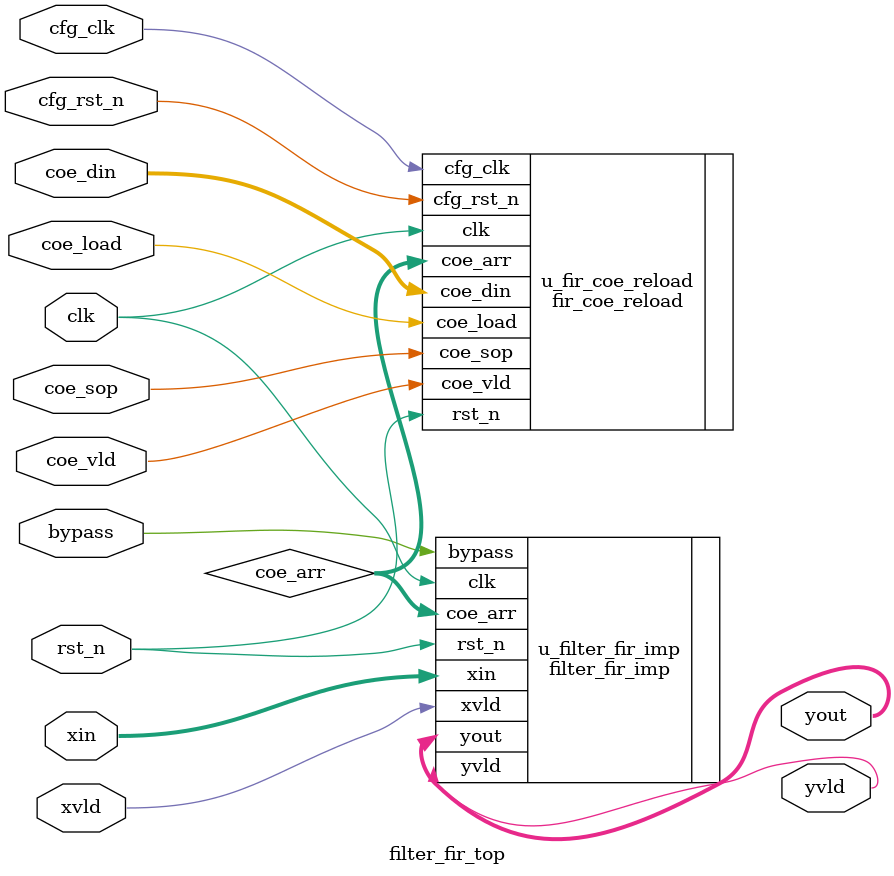
<source format=v>

module filter_fir_top #(
    parameter     COE_NUM          =        51              ,
    parameter     COE_WDTH         =        29              ,
    parameter     COE_NUM_HALF     =       (COE_NUM+1)/2    ,
    parameter     XDATA_WDTH       =        14              ,
    parameter     YDATA_WDTH       =        14              
)(
    input                                   cfg_clk         ,//(i)
    input                                   cfg_rst_n       ,//(i)
    input                                   coe_vld         ,//(i)
    input                [COE_WDTH  -1:0]   coe_din         ,//(i)
    input                                   coe_sop         ,//(i)
    input                                   coe_load        ,//(i)
    input                                   bypass          ,//(i)
                                                                  
    input                                   clk             ,//(i)
    input                                   rst_n           ,//(i)
    input                                   xvld            ,//(i)
    input                [XDATA_WDTH-1:0]   xin             ,//(i)
    output                                  yvld            ,//(o)
    output               [YDATA_WDTH-1:0]   yout             //(o)
);

    // -------------------------------------------------------------------------
    // Internal Parameter Definition
    // -------------------------------------------------------------------------    

    //---------------------------------------------------------------------
    // Defination of Internal Signals
    //---------------------------------------------------------------------
    wire      [COE_NUM_HALF*COE_WDTH-1:0]   coe_arr               ;

    // -------------------------------------------------------------------------
    // output
    // -------------------------------------------------------------------------


// =================================================================================================
// RTL Body
// =================================================================================================


    // -------------------------------------------------------------------------
    // fir_coe_reload Module Inst.
    // -------------------------------------------------------------------------
    fir_coe_reload #(                                         
        .COE_NUM              (COE_NUM                ),
        .COE_WDTH             (COE_WDTH               ),
        .COE_NUM_HALF         (COE_NUM_HALF           )       
    )u_fir_coe_reload( 
        .cfg_clk              (cfg_clk                ),//(i)
        .cfg_rst_n            (cfg_rst_n              ),//(i)
        .coe_vld              (coe_vld                ),//(i)
        .coe_din              (coe_din                ),//(i)
        .coe_sop              (coe_sop                ),//(i)
        .coe_load             (coe_load               ),//(i)
        .clk                  (clk                    ),//(i)
        .rst_n                (rst_n                  ),//(i)
        .coe_arr              (coe_arr                ) //(o)
    );                                                 
     
    // -------------------------------------------------------------------------
    // filter_fir_imp Module Inst.
    // -------------------------------------------------------------------------
    filter_fir_imp #(                                  
        .COE_NUM              (COE_NUM                ),
        .COE_WDTH             (COE_WDTH               ),
        .COE_NUM_HALF         (COE_NUM_HALF           ),
        .XDATA_WDTH           (XDATA_WDTH             ),
        .YDATA_WDTH           (YDATA_WDTH             ) 
    )u_filter_fir_imp( 
        .bypass               (bypass                 ),//(i)
        .coe_arr              (coe_arr                ),//(i)
        .clk                  (clk                    ),//(i)
        .rst_n                (rst_n                  ),//(i)
        .xvld                 (xvld                   ),//(i)
        .xin                  (xin                    ),//(i)
        .yvld                 (yvld                   ),//(o)
        .yout                 (yout                   ) //(o)
    );                                                   
     




endmodule    













    
</source>
